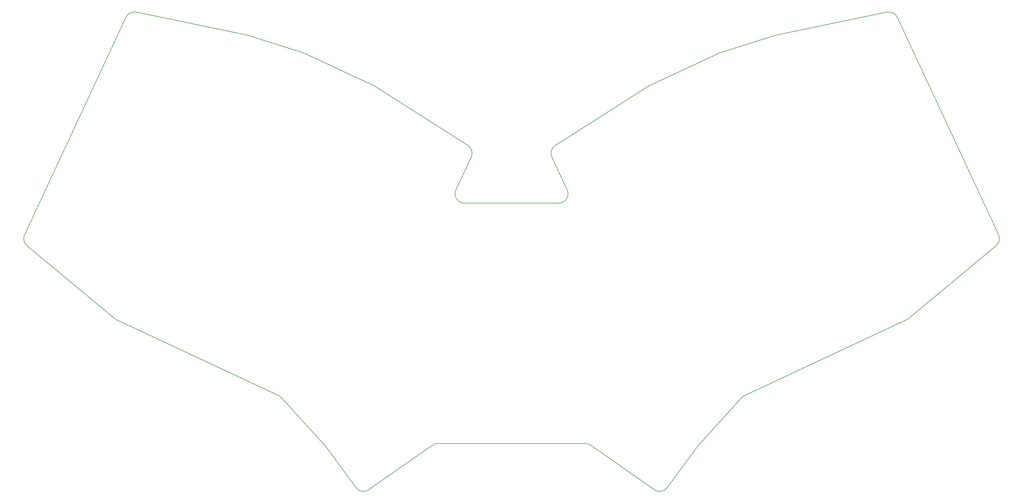
<source format=gm1>
%TF.GenerationSoftware,KiCad,Pcbnew,8.0.7*%
%TF.CreationDate,2024-12-23T04:44:47-05:00*%
%TF.ProjectId,mx,6d782e6b-6963-4616-945f-706362585858,v1.0.0*%
%TF.SameCoordinates,Original*%
%TF.FileFunction,Profile,NP*%
%FSLAX46Y46*%
G04 Gerber Fmt 4.6, Leading zero omitted, Abs format (unit mm)*
G04 Created by KiCad (PCBNEW 8.0.7) date 2024-12-23 04:44:47*
%MOMM*%
%LPD*%
G01*
G04 APERTURE LIST*
%TA.AperFunction,Profile*%
%ADD10C,0.150000*%
%TD*%
G04 APERTURE END LIST*
D10*
X186724987Y-201485811D02*
X234393155Y-201485811D01*
X136275066Y-186752614D02*
X150521764Y-202575171D01*
X164384738Y-216466300D02*
X185004263Y-202028355D01*
X85849769Y-63772865D02*
X53090587Y-134025148D01*
X331940618Y-62103144D02*
G75*
G02*
X335268365Y-63772863I608782J-2937656D01*
G01*
X260871690Y-215785194D02*
X270408265Y-202806209D01*
X228550015Y-119568663D02*
G75*
G02*
X225831093Y-123836485I-2718915J-1267837D01*
G01*
X185004263Y-202028355D02*
G75*
G02*
X186724987Y-201485808I1720637J-2457145D01*
G01*
X82748530Y-161494268D02*
G75*
G02*
X82098494Y-161081665I1269870J2718968D01*
G01*
X295785946Y-69612235D02*
G75*
G02*
X296080407Y-69535440I903354J-2860865D01*
G01*
X53890114Y-137598633D02*
G75*
G02*
X53090580Y-134025145I1919386J2305633D01*
G01*
X254741150Y-86043303D02*
G75*
G02*
X255084157Y-85855224I1611750J-2532597D01*
G01*
X339019655Y-161081668D02*
X367228020Y-137598626D01*
X270408265Y-202806209D02*
G75*
G02*
X270596381Y-202575162I2419335J-1777691D01*
G01*
X223601613Y-108956773D02*
G75*
G02*
X224709675Y-105158072I2718887J1267873D01*
G01*
X166033990Y-85855220D02*
X143686268Y-75434309D01*
X234393155Y-201485811D02*
G75*
G02*
X236113865Y-202028382I-55J-2999989D01*
G01*
X135314983Y-186041785D02*
G75*
G02*
X136275075Y-186752613I-1269683J-2718715D01*
G01*
X150521764Y-202575171D02*
G75*
G02*
X150709874Y-202806216I-2225364J-2003929D01*
G01*
X125037732Y-69535447D02*
G75*
G02*
X125332196Y-69612236I-609032J-2938453D01*
G01*
X196408462Y-105158085D02*
X166376992Y-86043312D01*
X368027549Y-134025149D02*
G75*
G02*
X367228008Y-137598611I-2718849J-1267851D01*
G01*
X225831093Y-123836516D02*
X195287048Y-123836514D01*
X196408462Y-105158085D02*
G75*
G02*
X197516502Y-108956761I-1610862J-2530815D01*
G01*
X285803155Y-186041779D02*
X338369613Y-161494266D01*
X295785946Y-69612235D02*
X277796427Y-75292451D01*
X195287048Y-123836514D02*
G75*
G02*
X192568196Y-119568692I-48J2999914D01*
G01*
X150709878Y-202806213D02*
X160246452Y-215785194D01*
X82748530Y-161494268D02*
X135314983Y-186041785D01*
X223601613Y-108956773D02*
X228550015Y-119568663D01*
X277431873Y-75434306D02*
X255084154Y-85855219D01*
X368027549Y-134025149D02*
X335268367Y-63772862D01*
X236113885Y-202028354D02*
X256733406Y-216466300D01*
X164384738Y-216466300D02*
G75*
G02*
X160246453Y-215785194I-1720738J2457400D01*
G01*
X85849769Y-63772865D02*
G75*
G02*
X89177527Y-62103129I2718931J-1267835D01*
G01*
X284843077Y-186752618D02*
G75*
G02*
X285803152Y-186041772I2229623J-2007582D01*
G01*
X125037732Y-69535447D02*
X89177524Y-62103146D01*
X53890114Y-137598633D02*
X82098487Y-161081669D01*
X254741150Y-86043303D02*
X224709680Y-105158079D01*
X143321711Y-75292450D02*
X125332196Y-69612237D01*
X143321711Y-75292450D02*
G75*
G02*
X143686269Y-75434307I-902911J-2859750D01*
G01*
X270596385Y-202575165D02*
X284843077Y-186752618D01*
X331940618Y-62103144D02*
X296080408Y-69535445D01*
X339019655Y-161081668D02*
G75*
G02*
X338369618Y-161494276I-1919355J2305468D01*
G01*
X260871690Y-215785194D02*
G75*
G02*
X256733438Y-216466255I-2417490J1776194D01*
G01*
X192568125Y-119568659D02*
X197516529Y-108956774D01*
X277431875Y-75434310D02*
G75*
G02*
X277796428Y-75292454I1268325J-2720090D01*
G01*
X166033990Y-85855220D02*
G75*
G02*
X166376994Y-86043309I-1267190J-2717680D01*
G01*
M02*

</source>
